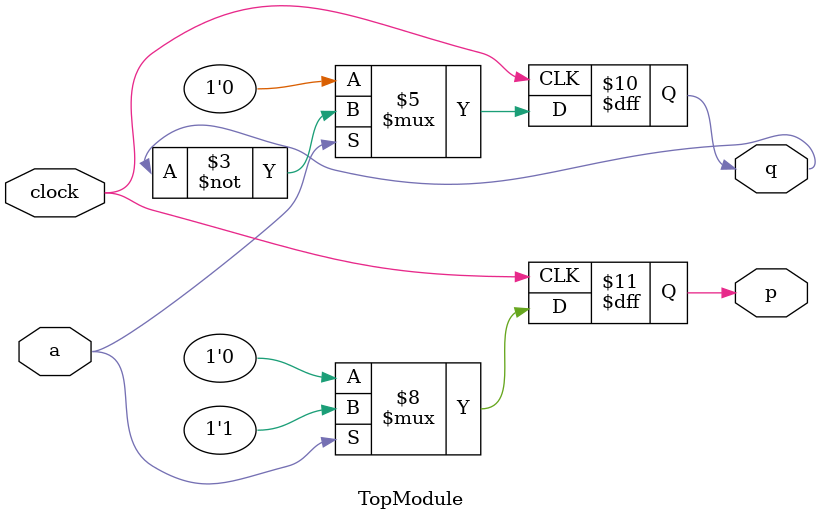
<source format=sv>

module TopModule (
    input  wire clock,
    input  wire a,
    output reg  p,
    output reg  q
);

    always @(posedge clock) begin
        // Process the inputs on clock rising edge
        if (a) begin
            p <= 1; // when a is high and clock goes high
        end else begin
            p <= 0; // when a is low, p resets
        end
    end

    always @(negedge clock) begin
        // Process the inputs on clock falling edge
        if (a) begin
            q <= ~q; // toggle q when a is high
        end else begin
            q <= 0; // when a is low, reset q
        end
    end

endmodule
</source>
